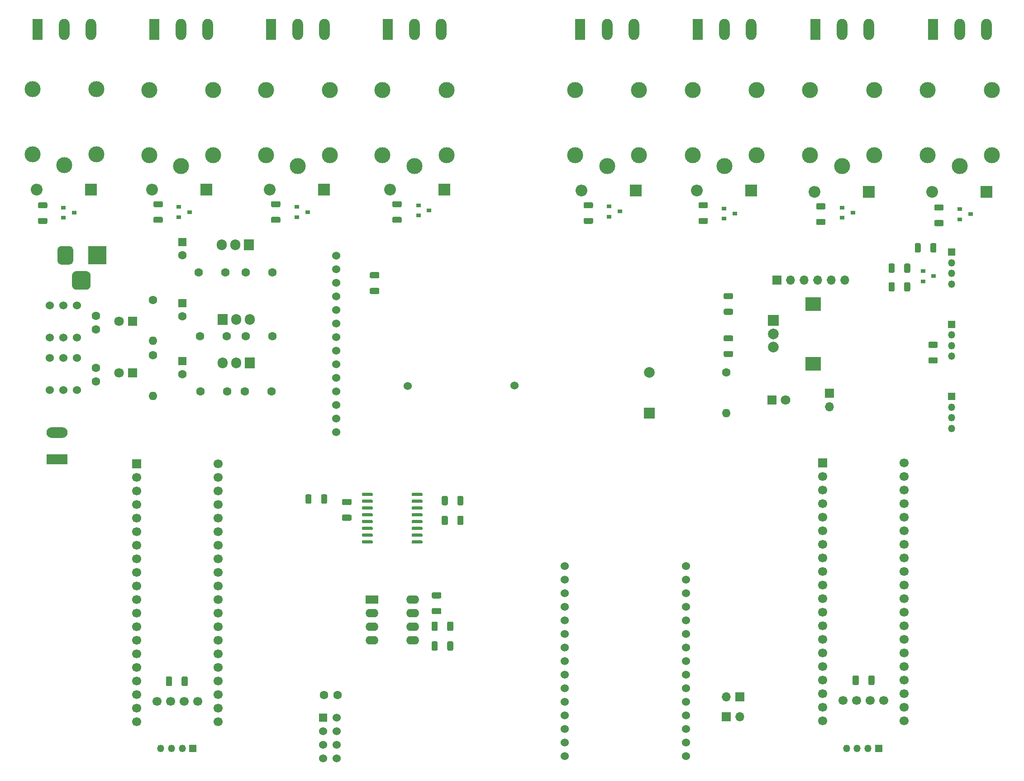
<source format=gts>
G04 #@! TF.GenerationSoftware,KiCad,Pcbnew,(5.1.8)-1*
G04 #@! TF.CreationDate,2022-01-18T18:26:17+01:00*
G04 #@! TF.ProjectId,free_michelle_v1_0,66726565-5f6d-4696-9368-656c6c655f76,v1.0*
G04 #@! TF.SameCoordinates,Original*
G04 #@! TF.FileFunction,Soldermask,Top*
G04 #@! TF.FilePolarity,Negative*
%FSLAX46Y46*%
G04 Gerber Fmt 4.6, Leading zero omitted, Abs format (unit mm)*
G04 Created by KiCad (PCBNEW (5.1.8)-1) date 2022-01-18 18:26:17*
%MOMM*%
%LPD*%
G01*
G04 APERTURE LIST*
%ADD10O,1.905000X2.000000*%
%ADD11R,1.905000X2.000000*%
%ADD12O,1.700000X1.700000*%
%ADD13R,1.700000X1.700000*%
%ADD14C,1.700000*%
%ADD15C,1.600000*%
%ADD16O,1.350000X1.350000*%
%ADD17R,1.350000X1.350000*%
%ADD18C,2.000000*%
%ADD19R,2.000000X2.000000*%
%ADD20R,1.600000X1.600000*%
%ADD21C,1.524000*%
%ADD22C,1.800000*%
%ADD23R,1.800000X1.800000*%
%ADD24O,2.200000X2.200000*%
%ADD25R,2.200000X2.200000*%
%ADD26O,1.980000X3.960000*%
%ADD27R,1.980000X3.960000*%
%ADD28O,3.960000X1.980000*%
%ADD29R,3.960000X1.980000*%
%ADD30R,3.500000X3.500000*%
%ADD31C,3.000000*%
%ADD32R,0.900000X0.800000*%
%ADD33O,1.600000X1.600000*%
%ADD34R,3.000000X2.500000*%
%ADD35O,2.400000X1.600000*%
%ADD36R,2.400000X1.600000*%
%ADD37R,1.524000X1.524000*%
G04 APERTURE END LIST*
D10*
X62550000Y-84590000D03*
X65090000Y-84590000D03*
D11*
X67630000Y-84590000D03*
D10*
X62420000Y-62540000D03*
X64960000Y-62540000D03*
D11*
X67500000Y-62540000D03*
D12*
X179000000Y-69100000D03*
X176460000Y-69100000D03*
X173920000Y-69100000D03*
X171380000Y-69100000D03*
X168840000Y-69100000D03*
D13*
X166300000Y-69100000D03*
D14*
X50310000Y-147950000D03*
X52850000Y-147950000D03*
X55390000Y-147950000D03*
X57930000Y-147950000D03*
X61740000Y-103500000D03*
D13*
X46500000Y-103500000D03*
D14*
X61740000Y-106040000D03*
X46500000Y-106040000D03*
X61740000Y-108580000D03*
X46500000Y-108580000D03*
X61740000Y-111120000D03*
X46500000Y-111120000D03*
X61740000Y-113660000D03*
X46500000Y-113660000D03*
X61740000Y-116200000D03*
X46500000Y-116200000D03*
X61740000Y-118740000D03*
X46500000Y-118740000D03*
X61740000Y-121280000D03*
X46500000Y-121280000D03*
X61740000Y-123820000D03*
X46500000Y-123820000D03*
X61740000Y-126360000D03*
X46500000Y-126360000D03*
X61740000Y-128900000D03*
X46500000Y-128900000D03*
X61740000Y-131440000D03*
X46500000Y-131440000D03*
X61740000Y-133980000D03*
X46500000Y-133980000D03*
X61740000Y-136520000D03*
X46500000Y-136520000D03*
X61740000Y-139060000D03*
X46500000Y-139060000D03*
X61740000Y-141600000D03*
X46500000Y-141600000D03*
X61740000Y-144140000D03*
X46500000Y-144140000D03*
X61740000Y-146680000D03*
X46500000Y-146680000D03*
X61740000Y-149220000D03*
X46500000Y-149220000D03*
X61740000Y-151760000D03*
X46500000Y-151760000D03*
D15*
X38890000Y-78360000D03*
X38890000Y-75860000D03*
X38890000Y-88100000D03*
X38890000Y-85600000D03*
G36*
G01*
X196125001Y-81800000D02*
X194874999Y-81800000D01*
G75*
G02*
X194625000Y-81550001I0J249999D01*
G01*
X194625000Y-80924999D01*
G75*
G02*
X194874999Y-80675000I249999J0D01*
G01*
X196125001Y-80675000D01*
G75*
G02*
X196375000Y-80924999I0J-249999D01*
G01*
X196375000Y-81550001D01*
G75*
G02*
X196125001Y-81800000I-249999J0D01*
G01*
G37*
G36*
G01*
X196125001Y-84725000D02*
X194874999Y-84725000D01*
G75*
G02*
X194625000Y-84475001I0J249999D01*
G01*
X194625000Y-83849999D01*
G75*
G02*
X194874999Y-83600000I249999J0D01*
G01*
X196125001Y-83600000D01*
G75*
G02*
X196375000Y-83849999I0J-249999D01*
G01*
X196375000Y-84475001D01*
G75*
G02*
X196125001Y-84725000I-249999J0D01*
G01*
G37*
D16*
X199000000Y-69900000D03*
X199000000Y-67900000D03*
X199000000Y-65900000D03*
D17*
X199000000Y-63900000D03*
D16*
X199000000Y-83400000D03*
X199000000Y-81400000D03*
X199000000Y-79400000D03*
D17*
X199000000Y-77400000D03*
D18*
X142400000Y-86400000D03*
D19*
X142400000Y-94000000D03*
G36*
G01*
X85149999Y-113025000D02*
X86450001Y-113025000D01*
G75*
G02*
X86700000Y-113274999I0J-249999D01*
G01*
X86700000Y-113925001D01*
G75*
G02*
X86450001Y-114175000I-249999J0D01*
G01*
X85149999Y-114175000D01*
G75*
G02*
X84900000Y-113925001I0J249999D01*
G01*
X84900000Y-113274999D01*
G75*
G02*
X85149999Y-113025000I249999J0D01*
G01*
G37*
G36*
G01*
X85149999Y-110075000D02*
X86450001Y-110075000D01*
G75*
G02*
X86700000Y-110324999I0J-249999D01*
G01*
X86700000Y-110975001D01*
G75*
G02*
X86450001Y-111225000I-249999J0D01*
G01*
X85149999Y-111225000D01*
G75*
G02*
X84900000Y-110975001I0J249999D01*
G01*
X84900000Y-110324999D01*
G75*
G02*
X85149999Y-110075000I249999J0D01*
G01*
G37*
G36*
G01*
X54900000Y-144850001D02*
X54900000Y-143549999D01*
G75*
G02*
X55149999Y-143300000I249999J0D01*
G01*
X55800001Y-143300000D01*
G75*
G02*
X56050000Y-143549999I0J-249999D01*
G01*
X56050000Y-144850001D01*
G75*
G02*
X55800001Y-145100000I-249999J0D01*
G01*
X55149999Y-145100000D01*
G75*
G02*
X54900000Y-144850001I0J249999D01*
G01*
G37*
G36*
G01*
X51950000Y-144850001D02*
X51950000Y-143549999D01*
G75*
G02*
X52199999Y-143300000I249999J0D01*
G01*
X52850001Y-143300000D01*
G75*
G02*
X53100000Y-143549999I0J-249999D01*
G01*
X53100000Y-144850001D01*
G75*
G02*
X52850001Y-145100000I-249999J0D01*
G01*
X52199999Y-145100000D01*
G75*
G02*
X51950000Y-144850001I0J249999D01*
G01*
G37*
G36*
G01*
X103250001Y-128700000D02*
X101949999Y-128700000D01*
G75*
G02*
X101700000Y-128450001I0J249999D01*
G01*
X101700000Y-127799999D01*
G75*
G02*
X101949999Y-127550000I249999J0D01*
G01*
X103250001Y-127550000D01*
G75*
G02*
X103500000Y-127799999I0J-249999D01*
G01*
X103500000Y-128450001D01*
G75*
G02*
X103250001Y-128700000I-249999J0D01*
G01*
G37*
G36*
G01*
X103250001Y-131650000D02*
X101949999Y-131650000D01*
G75*
G02*
X101700000Y-131400001I0J249999D01*
G01*
X101700000Y-130749999D01*
G75*
G02*
X101949999Y-130500000I249999J0D01*
G01*
X103250001Y-130500000D01*
G75*
G02*
X103500000Y-130749999I0J-249999D01*
G01*
X103500000Y-131400001D01*
G75*
G02*
X103250001Y-131650000I-249999J0D01*
G01*
G37*
G36*
G01*
X91650001Y-68800000D02*
X90349999Y-68800000D01*
G75*
G02*
X90100000Y-68550001I0J249999D01*
G01*
X90100000Y-67899999D01*
G75*
G02*
X90349999Y-67650000I249999J0D01*
G01*
X91650001Y-67650000D01*
G75*
G02*
X91900000Y-67899999I0J-249999D01*
G01*
X91900000Y-68550001D01*
G75*
G02*
X91650001Y-68800000I-249999J0D01*
G01*
G37*
G36*
G01*
X91650001Y-71750000D02*
X90349999Y-71750000D01*
G75*
G02*
X90100000Y-71500001I0J249999D01*
G01*
X90100000Y-70849999D01*
G75*
G02*
X90349999Y-70600000I249999J0D01*
G01*
X91650001Y-70600000D01*
G75*
G02*
X91900000Y-70849999I0J-249999D01*
G01*
X91900000Y-71500001D01*
G75*
G02*
X91650001Y-71750000I-249999J0D01*
G01*
G37*
D15*
X81540000Y-146800000D03*
X84040000Y-146800000D03*
G36*
G01*
X183400000Y-144650001D02*
X183400000Y-143349999D01*
G75*
G02*
X183649999Y-143100000I249999J0D01*
G01*
X184300001Y-143100000D01*
G75*
G02*
X184550000Y-143349999I0J-249999D01*
G01*
X184550000Y-144650001D01*
G75*
G02*
X184300001Y-144900000I-249999J0D01*
G01*
X183649999Y-144900000D01*
G75*
G02*
X183400000Y-144650001I0J249999D01*
G01*
G37*
G36*
G01*
X180450000Y-144650001D02*
X180450000Y-143349999D01*
G75*
G02*
X180699999Y-143100000I249999J0D01*
G01*
X181350001Y-143100000D01*
G75*
G02*
X181600000Y-143349999I0J-249999D01*
G01*
X181600000Y-144650001D01*
G75*
G02*
X181350001Y-144900000I-249999J0D01*
G01*
X180699999Y-144900000D01*
G75*
G02*
X180450000Y-144650001I0J249999D01*
G01*
G37*
X55000000Y-64510000D03*
D20*
X55000000Y-62010000D03*
D15*
X58100000Y-67700000D03*
X63100000Y-67700000D03*
X55000000Y-75920000D03*
D20*
X55000000Y-73420000D03*
D15*
X71900000Y-67700000D03*
X66900000Y-67700000D03*
X58300000Y-79600000D03*
X63300000Y-79600000D03*
X55000000Y-86760000D03*
D20*
X55000000Y-84260000D03*
D15*
X58400000Y-90000000D03*
X63400000Y-90000000D03*
X71900000Y-79600000D03*
X66900000Y-79600000D03*
X71700000Y-90000000D03*
X66700000Y-90000000D03*
D21*
X117200000Y-88900000D03*
X97200000Y-88910000D03*
X83800000Y-97580000D03*
X83800000Y-95040000D03*
X83800000Y-92500000D03*
X83800000Y-89960000D03*
X83800000Y-87420000D03*
X83800000Y-84880000D03*
X83800000Y-82340000D03*
X83800000Y-79800000D03*
X83800000Y-77260000D03*
X83800000Y-74720000D03*
X83800000Y-72180000D03*
X83800000Y-69640000D03*
X83800000Y-67100000D03*
X83800000Y-64560000D03*
D22*
X167940000Y-91600000D03*
D23*
X165400000Y-91600000D03*
D24*
X129740000Y-52400000D03*
D25*
X139900000Y-52400000D03*
D24*
X27740000Y-52200000D03*
D25*
X37900000Y-52200000D03*
D24*
X151340000Y-52400000D03*
D25*
X161500000Y-52400000D03*
D24*
X49340000Y-52200000D03*
D25*
X59500000Y-52200000D03*
D24*
X173340000Y-52600000D03*
D25*
X183500000Y-52600000D03*
D24*
X71340000Y-52200000D03*
D25*
X81500000Y-52200000D03*
D24*
X195340000Y-52600000D03*
D25*
X205500000Y-52600000D03*
D24*
X93940000Y-52200000D03*
D25*
X104100000Y-52200000D03*
D22*
X43160000Y-76800000D03*
D23*
X45700000Y-76800000D03*
D22*
X43160000Y-86500000D03*
D23*
X45700000Y-86500000D03*
D14*
X178610000Y-147750000D03*
X181150000Y-147750000D03*
X183690000Y-147750000D03*
X186230000Y-147750000D03*
X190040000Y-103300000D03*
D13*
X174800000Y-103300000D03*
D14*
X190040000Y-105840000D03*
X174800000Y-105840000D03*
X190040000Y-108380000D03*
X174800000Y-108380000D03*
X190040000Y-110920000D03*
X174800000Y-110920000D03*
X190040000Y-113460000D03*
X174800000Y-113460000D03*
X190040000Y-116000000D03*
X174800000Y-116000000D03*
X190040000Y-118540000D03*
X174800000Y-118540000D03*
X190040000Y-121080000D03*
X174800000Y-121080000D03*
X190040000Y-123620000D03*
X174800000Y-123620000D03*
X190040000Y-126160000D03*
X174800000Y-126160000D03*
X190040000Y-128700000D03*
X174800000Y-128700000D03*
X190040000Y-131240000D03*
X174800000Y-131240000D03*
X190040000Y-133780000D03*
X174800000Y-133780000D03*
X190040000Y-136320000D03*
X174800000Y-136320000D03*
X190040000Y-138860000D03*
X174800000Y-138860000D03*
X190040000Y-141400000D03*
X174800000Y-141400000D03*
X190040000Y-143940000D03*
X174800000Y-143940000D03*
X190040000Y-146480000D03*
X174800000Y-146480000D03*
X190040000Y-149020000D03*
X174800000Y-149020000D03*
X190040000Y-151560000D03*
X174800000Y-151560000D03*
D12*
X159340000Y-150800000D03*
D13*
X156800000Y-150800000D03*
D12*
X156790000Y-147110000D03*
D13*
X159330000Y-147110000D03*
D16*
X51000000Y-156800000D03*
X53000000Y-156800000D03*
X55000000Y-156800000D03*
D17*
X57000000Y-156800000D03*
D26*
X139500000Y-22200000D03*
X134500000Y-22200000D03*
D27*
X129500000Y-22200000D03*
D26*
X37960000Y-22200000D03*
X32960000Y-22200000D03*
D27*
X27960000Y-22200000D03*
D26*
X161500000Y-22200000D03*
X156500000Y-22200000D03*
D27*
X151500000Y-22200000D03*
D26*
X59806666Y-22200000D03*
X54806666Y-22200000D03*
D27*
X49806666Y-22200000D03*
D16*
X179300000Y-156800000D03*
X181300000Y-156800000D03*
X183300000Y-156800000D03*
D17*
X185300000Y-156800000D03*
D16*
X199000000Y-96900000D03*
X199000000Y-94900000D03*
X199000000Y-92900000D03*
D17*
X199000000Y-90900000D03*
D26*
X183500000Y-22200000D03*
X178500000Y-22200000D03*
D27*
X173500000Y-22200000D03*
D26*
X81653332Y-22200000D03*
X76653332Y-22200000D03*
D27*
X71653332Y-22200000D03*
D12*
X176100000Y-92840000D03*
D13*
X176100000Y-90300000D03*
D26*
X205500000Y-22200000D03*
X200500000Y-22200000D03*
D27*
X195500000Y-22200000D03*
D26*
X103500000Y-22200000D03*
X98500000Y-22200000D03*
D27*
X93500000Y-22200000D03*
D28*
X31600000Y-97700000D03*
D29*
X31600000Y-102700000D03*
G36*
G01*
X34380000Y-70075000D02*
X34380000Y-68325000D01*
G75*
G02*
X35255000Y-67450000I875000J0D01*
G01*
X37005000Y-67450000D01*
G75*
G02*
X37880000Y-68325000I0J-875000D01*
G01*
X37880000Y-70075000D01*
G75*
G02*
X37005000Y-70950000I-875000J0D01*
G01*
X35255000Y-70950000D01*
G75*
G02*
X34380000Y-70075000I0J875000D01*
G01*
G37*
G36*
G01*
X31630000Y-65500000D02*
X31630000Y-63500000D01*
G75*
G02*
X32380000Y-62750000I750000J0D01*
G01*
X33880000Y-62750000D01*
G75*
G02*
X34630000Y-63500000I0J-750000D01*
G01*
X34630000Y-65500000D01*
G75*
G02*
X33880000Y-66250000I-750000J0D01*
G01*
X32380000Y-66250000D01*
G75*
G02*
X31630000Y-65500000I0J750000D01*
G01*
G37*
D30*
X39130000Y-64500000D03*
D31*
X134500000Y-47800000D03*
X128500000Y-45800000D03*
X128500000Y-33600000D03*
X140500000Y-33600000D03*
X140500000Y-45800000D03*
X32980000Y-47600000D03*
X26980000Y-45600000D03*
X26980000Y-33400000D03*
X38980000Y-33400000D03*
X38980000Y-45600000D03*
X156500000Y-47800000D03*
X150500000Y-45800000D03*
X150500000Y-33600000D03*
X162500000Y-33600000D03*
X162500000Y-45800000D03*
X60820000Y-45800000D03*
X60820000Y-33600000D03*
X48820000Y-33600000D03*
X48820000Y-45800000D03*
X54820000Y-47800000D03*
X178500000Y-47800000D03*
X172500000Y-45800000D03*
X172500000Y-33600000D03*
X184500000Y-33600000D03*
X184500000Y-45800000D03*
X82660000Y-45800000D03*
X82660000Y-33600000D03*
X70660000Y-33600000D03*
X70660000Y-45800000D03*
X76660000Y-47800000D03*
X200500000Y-47800000D03*
X194500000Y-45800000D03*
X194500000Y-33600000D03*
X206500000Y-33600000D03*
X206500000Y-45800000D03*
X98500000Y-47800000D03*
X92500000Y-45800000D03*
X92500000Y-33600000D03*
X104500000Y-33600000D03*
X104500000Y-45800000D03*
D32*
X136900000Y-56300000D03*
X134900000Y-57250000D03*
X134900000Y-55350000D03*
X34800000Y-56500000D03*
X32800000Y-57450000D03*
X32800000Y-55550000D03*
X158400000Y-56700000D03*
X156400000Y-57650000D03*
X156400000Y-55750000D03*
X56400000Y-56400000D03*
X54400000Y-57350000D03*
X54400000Y-55450000D03*
X195600000Y-68400000D03*
X193600000Y-69350000D03*
X193600000Y-67450000D03*
X180500000Y-56500000D03*
X178500000Y-57450000D03*
X178500000Y-55550000D03*
X78500000Y-56400000D03*
X76500000Y-57350000D03*
X76500000Y-55450000D03*
X202500000Y-56800000D03*
X200500000Y-57750000D03*
X200500000Y-55850000D03*
X101200000Y-56100000D03*
X99200000Y-57050000D03*
X99200000Y-55150000D03*
G36*
G01*
X81000000Y-110725001D02*
X81000000Y-109474999D01*
G75*
G02*
X81249999Y-109225000I249999J0D01*
G01*
X81875001Y-109225000D01*
G75*
G02*
X82125000Y-109474999I0J-249999D01*
G01*
X82125000Y-110725001D01*
G75*
G02*
X81875001Y-110975000I-249999J0D01*
G01*
X81249999Y-110975000D01*
G75*
G02*
X81000000Y-110725001I0J249999D01*
G01*
G37*
G36*
G01*
X78075000Y-110725001D02*
X78075000Y-109474999D01*
G75*
G02*
X78324999Y-109225000I249999J0D01*
G01*
X78950001Y-109225000D01*
G75*
G02*
X79200000Y-109474999I0J-249999D01*
G01*
X79200000Y-110725001D01*
G75*
G02*
X78950001Y-110975000I-249999J0D01*
G01*
X78324999Y-110975000D01*
G75*
G02*
X78075000Y-110725001I0J249999D01*
G01*
G37*
G36*
G01*
X106500000Y-114725001D02*
X106500000Y-113474999D01*
G75*
G02*
X106749999Y-113225000I249999J0D01*
G01*
X107375001Y-113225000D01*
G75*
G02*
X107625000Y-113474999I0J-249999D01*
G01*
X107625000Y-114725001D01*
G75*
G02*
X107375001Y-114975000I-249999J0D01*
G01*
X106749999Y-114975000D01*
G75*
G02*
X106500000Y-114725001I0J249999D01*
G01*
G37*
G36*
G01*
X103575000Y-114725001D02*
X103575000Y-113474999D01*
G75*
G02*
X103824999Y-113225000I249999J0D01*
G01*
X104450001Y-113225000D01*
G75*
G02*
X104700000Y-113474999I0J-249999D01*
G01*
X104700000Y-114725001D01*
G75*
G02*
X104450001Y-114975000I-249999J0D01*
G01*
X103824999Y-114975000D01*
G75*
G02*
X103575000Y-114725001I0J249999D01*
G01*
G37*
G36*
G01*
X106500000Y-111025001D02*
X106500000Y-109774999D01*
G75*
G02*
X106749999Y-109525000I249999J0D01*
G01*
X107375001Y-109525000D01*
G75*
G02*
X107625000Y-109774999I0J-249999D01*
G01*
X107625000Y-111025001D01*
G75*
G02*
X107375001Y-111275000I-249999J0D01*
G01*
X106749999Y-111275000D01*
G75*
G02*
X106500000Y-111025001I0J249999D01*
G01*
G37*
G36*
G01*
X103575000Y-111025001D02*
X103575000Y-109774999D01*
G75*
G02*
X103824999Y-109525000I249999J0D01*
G01*
X104450001Y-109525000D01*
G75*
G02*
X104700000Y-109774999I0J-249999D01*
G01*
X104700000Y-111025001D01*
G75*
G02*
X104450001Y-111275000I-249999J0D01*
G01*
X103824999Y-111275000D01*
G75*
G02*
X103575000Y-111025001I0J249999D01*
G01*
G37*
G36*
G01*
X102800000Y-133274999D02*
X102800000Y-134525001D01*
G75*
G02*
X102550001Y-134775000I-249999J0D01*
G01*
X101924999Y-134775000D01*
G75*
G02*
X101675000Y-134525001I0J249999D01*
G01*
X101675000Y-133274999D01*
G75*
G02*
X101924999Y-133025000I249999J0D01*
G01*
X102550001Y-133025000D01*
G75*
G02*
X102800000Y-133274999I0J-249999D01*
G01*
G37*
G36*
G01*
X105725000Y-133274999D02*
X105725000Y-134525001D01*
G75*
G02*
X105475001Y-134775000I-249999J0D01*
G01*
X104849999Y-134775000D01*
G75*
G02*
X104600000Y-134525001I0J249999D01*
G01*
X104600000Y-133274999D01*
G75*
G02*
X104849999Y-133025000I249999J0D01*
G01*
X105475001Y-133025000D01*
G75*
G02*
X105725000Y-133274999I0J-249999D01*
G01*
G37*
G36*
G01*
X102800000Y-136974999D02*
X102800000Y-138225001D01*
G75*
G02*
X102550001Y-138475000I-249999J0D01*
G01*
X101924999Y-138475000D01*
G75*
G02*
X101675000Y-138225001I0J249999D01*
G01*
X101675000Y-136974999D01*
G75*
G02*
X101924999Y-136725000I249999J0D01*
G01*
X102550001Y-136725000D01*
G75*
G02*
X102800000Y-136974999I0J-249999D01*
G01*
G37*
G36*
G01*
X105725000Y-136974999D02*
X105725000Y-138225001D01*
G75*
G02*
X105475001Y-138475000I-249999J0D01*
G01*
X104849999Y-138475000D01*
G75*
G02*
X104600000Y-138225001I0J249999D01*
G01*
X104600000Y-136974999D01*
G75*
G02*
X104849999Y-136725000I249999J0D01*
G01*
X105475001Y-136725000D01*
G75*
G02*
X105725000Y-136974999I0J-249999D01*
G01*
G37*
G36*
G01*
X156574999Y-74500000D02*
X157825001Y-74500000D01*
G75*
G02*
X158075000Y-74749999I0J-249999D01*
G01*
X158075000Y-75375001D01*
G75*
G02*
X157825001Y-75625000I-249999J0D01*
G01*
X156574999Y-75625000D01*
G75*
G02*
X156325000Y-75375001I0J249999D01*
G01*
X156325000Y-74749999D01*
G75*
G02*
X156574999Y-74500000I249999J0D01*
G01*
G37*
G36*
G01*
X156574999Y-71575000D02*
X157825001Y-71575000D01*
G75*
G02*
X158075000Y-71824999I0J-249999D01*
G01*
X158075000Y-72450001D01*
G75*
G02*
X157825001Y-72700000I-249999J0D01*
G01*
X156574999Y-72700000D01*
G75*
G02*
X156325000Y-72450001I0J249999D01*
G01*
X156325000Y-71824999D01*
G75*
G02*
X156574999Y-71575000I249999J0D01*
G01*
G37*
G36*
G01*
X157825001Y-80600000D02*
X156574999Y-80600000D01*
G75*
G02*
X156325000Y-80350001I0J249999D01*
G01*
X156325000Y-79724999D01*
G75*
G02*
X156574999Y-79475000I249999J0D01*
G01*
X157825001Y-79475000D01*
G75*
G02*
X158075000Y-79724999I0J-249999D01*
G01*
X158075000Y-80350001D01*
G75*
G02*
X157825001Y-80600000I-249999J0D01*
G01*
G37*
G36*
G01*
X157825001Y-83525000D02*
X156574999Y-83525000D01*
G75*
G02*
X156325000Y-83275001I0J249999D01*
G01*
X156325000Y-82649999D01*
G75*
G02*
X156574999Y-82400000I249999J0D01*
G01*
X157825001Y-82400000D01*
G75*
G02*
X158075000Y-82649999I0J-249999D01*
G01*
X158075000Y-83275001D01*
G75*
G02*
X157825001Y-83525000I-249999J0D01*
G01*
G37*
D33*
X156820000Y-94020000D03*
D15*
X156820000Y-86400000D03*
G36*
G01*
X131625001Y-55700000D02*
X130374999Y-55700000D01*
G75*
G02*
X130125000Y-55450001I0J249999D01*
G01*
X130125000Y-54824999D01*
G75*
G02*
X130374999Y-54575000I249999J0D01*
G01*
X131625001Y-54575000D01*
G75*
G02*
X131875000Y-54824999I0J-249999D01*
G01*
X131875000Y-55450001D01*
G75*
G02*
X131625001Y-55700000I-249999J0D01*
G01*
G37*
G36*
G01*
X131625001Y-58625000D02*
X130374999Y-58625000D01*
G75*
G02*
X130125000Y-58375001I0J249999D01*
G01*
X130125000Y-57749999D01*
G75*
G02*
X130374999Y-57500000I249999J0D01*
G01*
X131625001Y-57500000D01*
G75*
G02*
X131875000Y-57749999I0J-249999D01*
G01*
X131875000Y-58375001D01*
G75*
G02*
X131625001Y-58625000I-249999J0D01*
G01*
G37*
G36*
G01*
X29525001Y-55700000D02*
X28274999Y-55700000D01*
G75*
G02*
X28025000Y-55450001I0J249999D01*
G01*
X28025000Y-54824999D01*
G75*
G02*
X28274999Y-54575000I249999J0D01*
G01*
X29525001Y-54575000D01*
G75*
G02*
X29775000Y-54824999I0J-249999D01*
G01*
X29775000Y-55450001D01*
G75*
G02*
X29525001Y-55700000I-249999J0D01*
G01*
G37*
G36*
G01*
X29525001Y-58625000D02*
X28274999Y-58625000D01*
G75*
G02*
X28025000Y-58375001I0J249999D01*
G01*
X28025000Y-57749999D01*
G75*
G02*
X28274999Y-57500000I249999J0D01*
G01*
X29525001Y-57500000D01*
G75*
G02*
X29775000Y-57749999I0J-249999D01*
G01*
X29775000Y-58375001D01*
G75*
G02*
X29525001Y-58625000I-249999J0D01*
G01*
G37*
G36*
G01*
X153125001Y-55700000D02*
X151874999Y-55700000D01*
G75*
G02*
X151625000Y-55450001I0J249999D01*
G01*
X151625000Y-54824999D01*
G75*
G02*
X151874999Y-54575000I249999J0D01*
G01*
X153125001Y-54575000D01*
G75*
G02*
X153375000Y-54824999I0J-249999D01*
G01*
X153375000Y-55450001D01*
G75*
G02*
X153125001Y-55700000I-249999J0D01*
G01*
G37*
G36*
G01*
X153125001Y-58625000D02*
X151874999Y-58625000D01*
G75*
G02*
X151625000Y-58375001I0J249999D01*
G01*
X151625000Y-57749999D01*
G75*
G02*
X151874999Y-57500000I249999J0D01*
G01*
X153125001Y-57500000D01*
G75*
G02*
X153375000Y-57749999I0J-249999D01*
G01*
X153375000Y-58375001D01*
G75*
G02*
X153125001Y-58625000I-249999J0D01*
G01*
G37*
G36*
G01*
X51125001Y-55500000D02*
X49874999Y-55500000D01*
G75*
G02*
X49625000Y-55250001I0J249999D01*
G01*
X49625000Y-54624999D01*
G75*
G02*
X49874999Y-54375000I249999J0D01*
G01*
X51125001Y-54375000D01*
G75*
G02*
X51375000Y-54624999I0J-249999D01*
G01*
X51375000Y-55250001D01*
G75*
G02*
X51125001Y-55500000I-249999J0D01*
G01*
G37*
G36*
G01*
X51125001Y-58425000D02*
X49874999Y-58425000D01*
G75*
G02*
X49625000Y-58175001I0J249999D01*
G01*
X49625000Y-57549999D01*
G75*
G02*
X49874999Y-57300000I249999J0D01*
G01*
X51125001Y-57300000D01*
G75*
G02*
X51375000Y-57549999I0J-249999D01*
G01*
X51375000Y-58175001D01*
G75*
G02*
X51125001Y-58425000I-249999J0D01*
G01*
G37*
G36*
G01*
X188300000Y-69774999D02*
X188300000Y-71025001D01*
G75*
G02*
X188050001Y-71275000I-249999J0D01*
G01*
X187424999Y-71275000D01*
G75*
G02*
X187175000Y-71025001I0J249999D01*
G01*
X187175000Y-69774999D01*
G75*
G02*
X187424999Y-69525000I249999J0D01*
G01*
X188050001Y-69525000D01*
G75*
G02*
X188300000Y-69774999I0J-249999D01*
G01*
G37*
G36*
G01*
X191225000Y-69774999D02*
X191225000Y-71025001D01*
G75*
G02*
X190975001Y-71275000I-249999J0D01*
G01*
X190349999Y-71275000D01*
G75*
G02*
X190100000Y-71025001I0J249999D01*
G01*
X190100000Y-69774999D01*
G75*
G02*
X190349999Y-69525000I249999J0D01*
G01*
X190975001Y-69525000D01*
G75*
G02*
X191225000Y-69774999I0J-249999D01*
G01*
G37*
G36*
G01*
X188300000Y-66274999D02*
X188300000Y-67525001D01*
G75*
G02*
X188050001Y-67775000I-249999J0D01*
G01*
X187424999Y-67775000D01*
G75*
G02*
X187175000Y-67525001I0J249999D01*
G01*
X187175000Y-66274999D01*
G75*
G02*
X187424999Y-66025000I249999J0D01*
G01*
X188050001Y-66025000D01*
G75*
G02*
X188300000Y-66274999I0J-249999D01*
G01*
G37*
G36*
G01*
X191225000Y-66274999D02*
X191225000Y-67525001D01*
G75*
G02*
X190975001Y-67775000I-249999J0D01*
G01*
X190349999Y-67775000D01*
G75*
G02*
X190100000Y-67525001I0J249999D01*
G01*
X190100000Y-66274999D01*
G75*
G02*
X190349999Y-66025000I249999J0D01*
G01*
X190975001Y-66025000D01*
G75*
G02*
X191225000Y-66274999I0J-249999D01*
G01*
G37*
G36*
G01*
X193200000Y-62474999D02*
X193200000Y-63725001D01*
G75*
G02*
X192950001Y-63975000I-249999J0D01*
G01*
X192324999Y-63975000D01*
G75*
G02*
X192075000Y-63725001I0J249999D01*
G01*
X192075000Y-62474999D01*
G75*
G02*
X192324999Y-62225000I249999J0D01*
G01*
X192950001Y-62225000D01*
G75*
G02*
X193200000Y-62474999I0J-249999D01*
G01*
G37*
G36*
G01*
X196125000Y-62474999D02*
X196125000Y-63725001D01*
G75*
G02*
X195875001Y-63975000I-249999J0D01*
G01*
X195249999Y-63975000D01*
G75*
G02*
X195000000Y-63725001I0J249999D01*
G01*
X195000000Y-62474999D01*
G75*
G02*
X195249999Y-62225000I249999J0D01*
G01*
X195875001Y-62225000D01*
G75*
G02*
X196125000Y-62474999I0J-249999D01*
G01*
G37*
G36*
G01*
X175125001Y-55900000D02*
X173874999Y-55900000D01*
G75*
G02*
X173625000Y-55650001I0J249999D01*
G01*
X173625000Y-55024999D01*
G75*
G02*
X173874999Y-54775000I249999J0D01*
G01*
X175125001Y-54775000D01*
G75*
G02*
X175375000Y-55024999I0J-249999D01*
G01*
X175375000Y-55650001D01*
G75*
G02*
X175125001Y-55900000I-249999J0D01*
G01*
G37*
G36*
G01*
X175125001Y-58825000D02*
X173874999Y-58825000D01*
G75*
G02*
X173625000Y-58575001I0J249999D01*
G01*
X173625000Y-57949999D01*
G75*
G02*
X173874999Y-57700000I249999J0D01*
G01*
X175125001Y-57700000D01*
G75*
G02*
X175375000Y-57949999I0J-249999D01*
G01*
X175375000Y-58575001D01*
G75*
G02*
X175125001Y-58825000I-249999J0D01*
G01*
G37*
G36*
G01*
X73125001Y-55500000D02*
X71874999Y-55500000D01*
G75*
G02*
X71625000Y-55250001I0J249999D01*
G01*
X71625000Y-54624999D01*
G75*
G02*
X71874999Y-54375000I249999J0D01*
G01*
X73125001Y-54375000D01*
G75*
G02*
X73375000Y-54624999I0J-249999D01*
G01*
X73375000Y-55250001D01*
G75*
G02*
X73125001Y-55500000I-249999J0D01*
G01*
G37*
G36*
G01*
X73125001Y-58425000D02*
X71874999Y-58425000D01*
G75*
G02*
X71625000Y-58175001I0J249999D01*
G01*
X71625000Y-57549999D01*
G75*
G02*
X71874999Y-57300000I249999J0D01*
G01*
X73125001Y-57300000D01*
G75*
G02*
X73375000Y-57549999I0J-249999D01*
G01*
X73375000Y-58175001D01*
G75*
G02*
X73125001Y-58425000I-249999J0D01*
G01*
G37*
G36*
G01*
X197225001Y-56100000D02*
X195974999Y-56100000D01*
G75*
G02*
X195725000Y-55850001I0J249999D01*
G01*
X195725000Y-55224999D01*
G75*
G02*
X195974999Y-54975000I249999J0D01*
G01*
X197225001Y-54975000D01*
G75*
G02*
X197475000Y-55224999I0J-249999D01*
G01*
X197475000Y-55850001D01*
G75*
G02*
X197225001Y-56100000I-249999J0D01*
G01*
G37*
G36*
G01*
X197225001Y-59025000D02*
X195974999Y-59025000D01*
G75*
G02*
X195725000Y-58775001I0J249999D01*
G01*
X195725000Y-58149999D01*
G75*
G02*
X195974999Y-57900000I249999J0D01*
G01*
X197225001Y-57900000D01*
G75*
G02*
X197475000Y-58149999I0J-249999D01*
G01*
X197475000Y-58775001D01*
G75*
G02*
X197225001Y-59025000I-249999J0D01*
G01*
G37*
G36*
G01*
X95825001Y-55500000D02*
X94574999Y-55500000D01*
G75*
G02*
X94325000Y-55250001I0J249999D01*
G01*
X94325000Y-54624999D01*
G75*
G02*
X94574999Y-54375000I249999J0D01*
G01*
X95825001Y-54375000D01*
G75*
G02*
X96075000Y-54624999I0J-249999D01*
G01*
X96075000Y-55250001D01*
G75*
G02*
X95825001Y-55500000I-249999J0D01*
G01*
G37*
G36*
G01*
X95825001Y-58425000D02*
X94574999Y-58425000D01*
G75*
G02*
X94325000Y-58175001I0J249999D01*
G01*
X94325000Y-57549999D01*
G75*
G02*
X94574999Y-57300000I249999J0D01*
G01*
X95825001Y-57300000D01*
G75*
G02*
X96075000Y-57549999I0J-249999D01*
G01*
X96075000Y-58175001D01*
G75*
G02*
X95825001Y-58425000I-249999J0D01*
G01*
G37*
D33*
X49500000Y-80520000D03*
D15*
X49500000Y-72900000D03*
D33*
X49500000Y-90820000D03*
D15*
X49500000Y-83200000D03*
D19*
X165600000Y-76700000D03*
D18*
X165600000Y-79200000D03*
X165600000Y-81700000D03*
D34*
X173100000Y-73600000D03*
X173100000Y-84800000D03*
D21*
X35300000Y-79900000D03*
X35300000Y-73900000D03*
X32800000Y-79900000D03*
X32800000Y-73900000D03*
X30200000Y-79900000D03*
X30200000Y-73900000D03*
X35300000Y-89700000D03*
X35300000Y-83700000D03*
X32800000Y-89700000D03*
X32800000Y-83700000D03*
X30200000Y-89700000D03*
X30200000Y-83700000D03*
D35*
X98120000Y-128900000D03*
X90500000Y-136520000D03*
X98120000Y-131440000D03*
X90500000Y-133980000D03*
X98120000Y-133980000D03*
X90500000Y-131440000D03*
X98120000Y-136520000D03*
D36*
X90500000Y-128900000D03*
D21*
X149280000Y-158205000D03*
X149280000Y-155665000D03*
X149280000Y-153125000D03*
X149280000Y-150585000D03*
X149280000Y-148045000D03*
X149280000Y-145505000D03*
X149280000Y-142965000D03*
X149280000Y-140425000D03*
X149280000Y-137885000D03*
X149280000Y-135345000D03*
X149280000Y-132805000D03*
X149280000Y-130265000D03*
X149280000Y-127725000D03*
X149280000Y-125185000D03*
X149280000Y-122645000D03*
X126620000Y-158205000D03*
X126620000Y-155665000D03*
X126620000Y-153125000D03*
X126620000Y-150585000D03*
X126620000Y-148045000D03*
X126620000Y-145505000D03*
X126620000Y-142965000D03*
X126620000Y-140425000D03*
X126620000Y-137885000D03*
X126620000Y-135345000D03*
X126620000Y-132805000D03*
X126620000Y-130265000D03*
X126620000Y-127725000D03*
X126620000Y-125185000D03*
X126620000Y-122645000D03*
G36*
G01*
X97925000Y-109405000D02*
X97925000Y-109105000D01*
G75*
G02*
X98075000Y-108955000I150000J0D01*
G01*
X99825000Y-108955000D01*
G75*
G02*
X99975000Y-109105000I0J-150000D01*
G01*
X99975000Y-109405000D01*
G75*
G02*
X99825000Y-109555000I-150000J0D01*
G01*
X98075000Y-109555000D01*
G75*
G02*
X97925000Y-109405000I0J150000D01*
G01*
G37*
G36*
G01*
X97925000Y-110675000D02*
X97925000Y-110375000D01*
G75*
G02*
X98075000Y-110225000I150000J0D01*
G01*
X99825000Y-110225000D01*
G75*
G02*
X99975000Y-110375000I0J-150000D01*
G01*
X99975000Y-110675000D01*
G75*
G02*
X99825000Y-110825000I-150000J0D01*
G01*
X98075000Y-110825000D01*
G75*
G02*
X97925000Y-110675000I0J150000D01*
G01*
G37*
G36*
G01*
X97925000Y-111945000D02*
X97925000Y-111645000D01*
G75*
G02*
X98075000Y-111495000I150000J0D01*
G01*
X99825000Y-111495000D01*
G75*
G02*
X99975000Y-111645000I0J-150000D01*
G01*
X99975000Y-111945000D01*
G75*
G02*
X99825000Y-112095000I-150000J0D01*
G01*
X98075000Y-112095000D01*
G75*
G02*
X97925000Y-111945000I0J150000D01*
G01*
G37*
G36*
G01*
X97925000Y-113215000D02*
X97925000Y-112915000D01*
G75*
G02*
X98075000Y-112765000I150000J0D01*
G01*
X99825000Y-112765000D01*
G75*
G02*
X99975000Y-112915000I0J-150000D01*
G01*
X99975000Y-113215000D01*
G75*
G02*
X99825000Y-113365000I-150000J0D01*
G01*
X98075000Y-113365000D01*
G75*
G02*
X97925000Y-113215000I0J150000D01*
G01*
G37*
G36*
G01*
X97925000Y-114485000D02*
X97925000Y-114185000D01*
G75*
G02*
X98075000Y-114035000I150000J0D01*
G01*
X99825000Y-114035000D01*
G75*
G02*
X99975000Y-114185000I0J-150000D01*
G01*
X99975000Y-114485000D01*
G75*
G02*
X99825000Y-114635000I-150000J0D01*
G01*
X98075000Y-114635000D01*
G75*
G02*
X97925000Y-114485000I0J150000D01*
G01*
G37*
G36*
G01*
X97925000Y-115755000D02*
X97925000Y-115455000D01*
G75*
G02*
X98075000Y-115305000I150000J0D01*
G01*
X99825000Y-115305000D01*
G75*
G02*
X99975000Y-115455000I0J-150000D01*
G01*
X99975000Y-115755000D01*
G75*
G02*
X99825000Y-115905000I-150000J0D01*
G01*
X98075000Y-115905000D01*
G75*
G02*
X97925000Y-115755000I0J150000D01*
G01*
G37*
G36*
G01*
X97925000Y-117025000D02*
X97925000Y-116725000D01*
G75*
G02*
X98075000Y-116575000I150000J0D01*
G01*
X99825000Y-116575000D01*
G75*
G02*
X99975000Y-116725000I0J-150000D01*
G01*
X99975000Y-117025000D01*
G75*
G02*
X99825000Y-117175000I-150000J0D01*
G01*
X98075000Y-117175000D01*
G75*
G02*
X97925000Y-117025000I0J150000D01*
G01*
G37*
G36*
G01*
X97925000Y-118295000D02*
X97925000Y-117995000D01*
G75*
G02*
X98075000Y-117845000I150000J0D01*
G01*
X99825000Y-117845000D01*
G75*
G02*
X99975000Y-117995000I0J-150000D01*
G01*
X99975000Y-118295000D01*
G75*
G02*
X99825000Y-118445000I-150000J0D01*
G01*
X98075000Y-118445000D01*
G75*
G02*
X97925000Y-118295000I0J150000D01*
G01*
G37*
G36*
G01*
X88625000Y-118295000D02*
X88625000Y-117995000D01*
G75*
G02*
X88775000Y-117845000I150000J0D01*
G01*
X90525000Y-117845000D01*
G75*
G02*
X90675000Y-117995000I0J-150000D01*
G01*
X90675000Y-118295000D01*
G75*
G02*
X90525000Y-118445000I-150000J0D01*
G01*
X88775000Y-118445000D01*
G75*
G02*
X88625000Y-118295000I0J150000D01*
G01*
G37*
G36*
G01*
X88625000Y-117025000D02*
X88625000Y-116725000D01*
G75*
G02*
X88775000Y-116575000I150000J0D01*
G01*
X90525000Y-116575000D01*
G75*
G02*
X90675000Y-116725000I0J-150000D01*
G01*
X90675000Y-117025000D01*
G75*
G02*
X90525000Y-117175000I-150000J0D01*
G01*
X88775000Y-117175000D01*
G75*
G02*
X88625000Y-117025000I0J150000D01*
G01*
G37*
G36*
G01*
X88625000Y-115755000D02*
X88625000Y-115455000D01*
G75*
G02*
X88775000Y-115305000I150000J0D01*
G01*
X90525000Y-115305000D01*
G75*
G02*
X90675000Y-115455000I0J-150000D01*
G01*
X90675000Y-115755000D01*
G75*
G02*
X90525000Y-115905000I-150000J0D01*
G01*
X88775000Y-115905000D01*
G75*
G02*
X88625000Y-115755000I0J150000D01*
G01*
G37*
G36*
G01*
X88625000Y-114485000D02*
X88625000Y-114185000D01*
G75*
G02*
X88775000Y-114035000I150000J0D01*
G01*
X90525000Y-114035000D01*
G75*
G02*
X90675000Y-114185000I0J-150000D01*
G01*
X90675000Y-114485000D01*
G75*
G02*
X90525000Y-114635000I-150000J0D01*
G01*
X88775000Y-114635000D01*
G75*
G02*
X88625000Y-114485000I0J150000D01*
G01*
G37*
G36*
G01*
X88625000Y-113215000D02*
X88625000Y-112915000D01*
G75*
G02*
X88775000Y-112765000I150000J0D01*
G01*
X90525000Y-112765000D01*
G75*
G02*
X90675000Y-112915000I0J-150000D01*
G01*
X90675000Y-113215000D01*
G75*
G02*
X90525000Y-113365000I-150000J0D01*
G01*
X88775000Y-113365000D01*
G75*
G02*
X88625000Y-113215000I0J150000D01*
G01*
G37*
G36*
G01*
X88625000Y-111945000D02*
X88625000Y-111645000D01*
G75*
G02*
X88775000Y-111495000I150000J0D01*
G01*
X90525000Y-111495000D01*
G75*
G02*
X90675000Y-111645000I0J-150000D01*
G01*
X90675000Y-111945000D01*
G75*
G02*
X90525000Y-112095000I-150000J0D01*
G01*
X88775000Y-112095000D01*
G75*
G02*
X88625000Y-111945000I0J150000D01*
G01*
G37*
G36*
G01*
X88625000Y-110675000D02*
X88625000Y-110375000D01*
G75*
G02*
X88775000Y-110225000I150000J0D01*
G01*
X90525000Y-110225000D01*
G75*
G02*
X90675000Y-110375000I0J-150000D01*
G01*
X90675000Y-110675000D01*
G75*
G02*
X90525000Y-110825000I-150000J0D01*
G01*
X88775000Y-110825000D01*
G75*
G02*
X88625000Y-110675000I0J150000D01*
G01*
G37*
G36*
G01*
X88625000Y-109405000D02*
X88625000Y-109105000D01*
G75*
G02*
X88775000Y-108955000I150000J0D01*
G01*
X90525000Y-108955000D01*
G75*
G02*
X90675000Y-109105000I0J-150000D01*
G01*
X90675000Y-109405000D01*
G75*
G02*
X90525000Y-109555000I-150000J0D01*
G01*
X88775000Y-109555000D01*
G75*
G02*
X88625000Y-109405000I0J150000D01*
G01*
G37*
X83940000Y-158620000D03*
X81400000Y-158620000D03*
X83940000Y-156080000D03*
X81400000Y-156080000D03*
X83940000Y-153540000D03*
X81400000Y-153540000D03*
X83940000Y-151000000D03*
D37*
X81400000Y-151000000D03*
D10*
X67680000Y-76500000D03*
X65140000Y-76500000D03*
D11*
X62600000Y-76500000D03*
M02*

</source>
